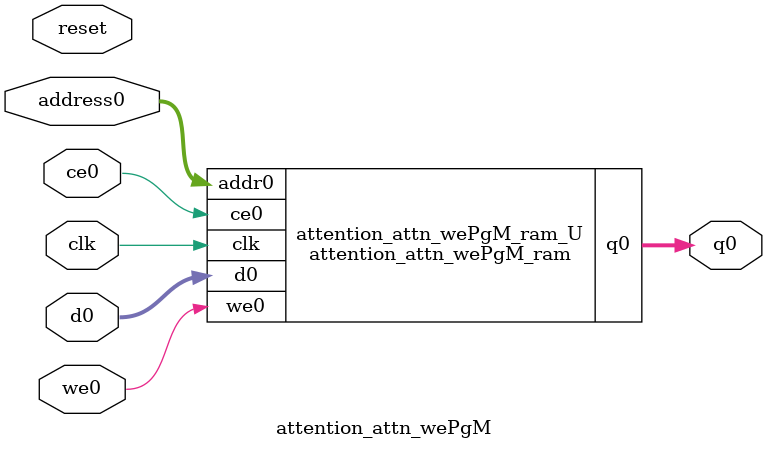
<source format=v>
`timescale 1 ns / 1 ps
module attention_attn_wePgM_ram (addr0, ce0, d0, we0, q0,  clk);

parameter DWIDTH = 32;
parameter AWIDTH = 7;
parameter MEM_SIZE = 96;

input[AWIDTH-1:0] addr0;
input ce0;
input[DWIDTH-1:0] d0;
input we0;
output reg[DWIDTH-1:0] q0;
input clk;

(* ram_style = "block" *)reg [DWIDTH-1:0] ram[0:MEM_SIZE-1];




always @(posedge clk)  
begin 
    if (ce0) begin
        if (we0) 
            ram[addr0] <= d0; 
        q0 <= ram[addr0];
    end
end


endmodule

`timescale 1 ns / 1 ps
module attention_attn_wePgM(
    reset,
    clk,
    address0,
    ce0,
    we0,
    d0,
    q0);

parameter DataWidth = 32'd32;
parameter AddressRange = 32'd96;
parameter AddressWidth = 32'd7;
input reset;
input clk;
input[AddressWidth - 1:0] address0;
input ce0;
input we0;
input[DataWidth - 1:0] d0;
output[DataWidth - 1:0] q0;



attention_attn_wePgM_ram attention_attn_wePgM_ram_U(
    .clk( clk ),
    .addr0( address0 ),
    .ce0( ce0 ),
    .we0( we0 ),
    .d0( d0 ),
    .q0( q0 ));

endmodule


</source>
